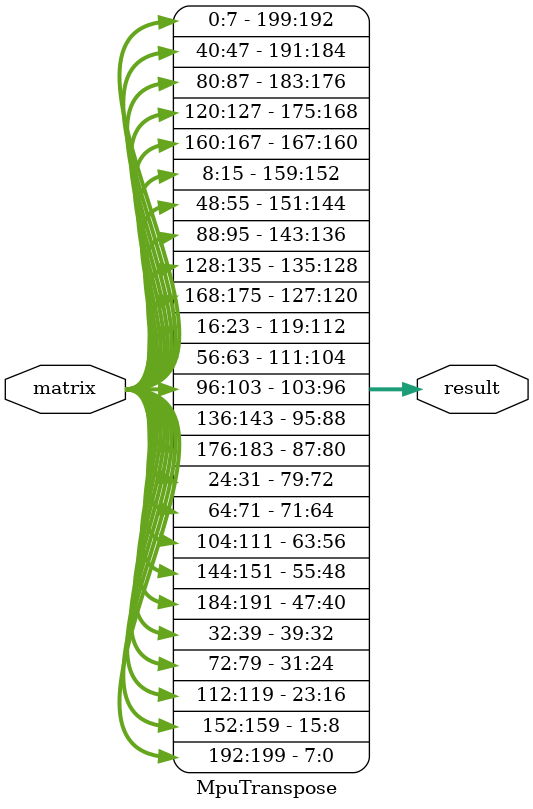
<source format=v>
`define i8(x) 8'sd``x                /// defined a 8-bit integer
`define MATRIX_5x5 (0):(8*25-1)     /// defines a 5x5 matrix flatted array indexes
`define at(col, row) (8 * (row + 5*col))    /// Access each 8-bit element in the 5x5 matrix

module MpuTranspose (
    input  wire signed [`MATRIX_5x5] matrix,  // 5x5 8-bit matrix
    output wire signed [`MATRIX_5x5] result   // 5x5 8-bit matrix
);

    genvar i, j;
    generate
        for (i = 0; i < 5; i = i + 1) begin : row_loop
            for (j = 0; j < 5; j = j + 1) begin : col_loop
                always @(*) begin
                    result[`at(i, j) +: 8] = matrix[`at(j, i) +: 8];
                end
            end
        end
    endgenerate

endmodule
</source>
